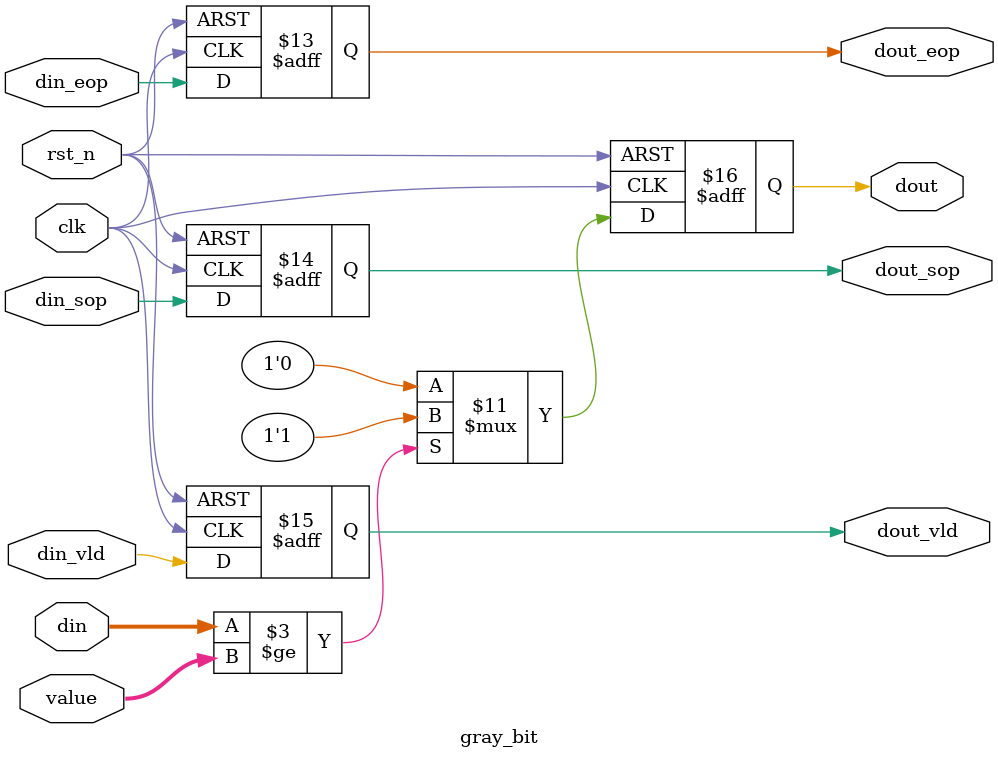
<source format=v>
module gray_bit(
    clk         ,
    rst_n       ,
    value       ,
    din         ,
    din_vld     ,
    din_sop     ,
    din_eop     ,
    dout        ,
    dout_vld    ,
    dout_sop    ,
    dout_eop        
);

    //输入信号定义
    input         clk     ;
    input         rst_n   ;
    input  [7:0]  value   ;
    input  [7:0]  din     ;
    input         din_vld ;
    input         din_sop ;
    input         din_eop ;

    //输出信号定义
    output        dout    ;
    output        dout_vld;
    output        dout_sop;
    output        dout_eop;

    //输出信号reg定义
    reg           dout    ;
    reg           dout_vld;
    reg           dout_sop;
    reg           dout_eop;

    always @ (posedge clk or negedge rst_n)begin
        if(!rst_n)begin
            dout <= 0;
        end
        else if(din >= value)begin
            dout <= 1;
        end
        else begin
            dout <= 0;
        end
    end

    always @ (posedge clk or negedge rst_n)begin
        if(!rst_n)begin
            dout_vld <= 0;
        end
        else begin
            dout_vld <= din_vld;
        end
    end

    always @ (posedge clk or negedge rst_n)begin
        if(!rst_n)begin
            dout_sop <= 0;
        end
        else begin
            dout_sop <= din_sop;
        end
    end

    always @ (posedge clk or negedge rst_n)begin
        if(!rst_n)begin
            dout_eop <= 0;
        end
        else begin
            dout_eop <= din_eop;
        end
    end


endmodule


</source>
